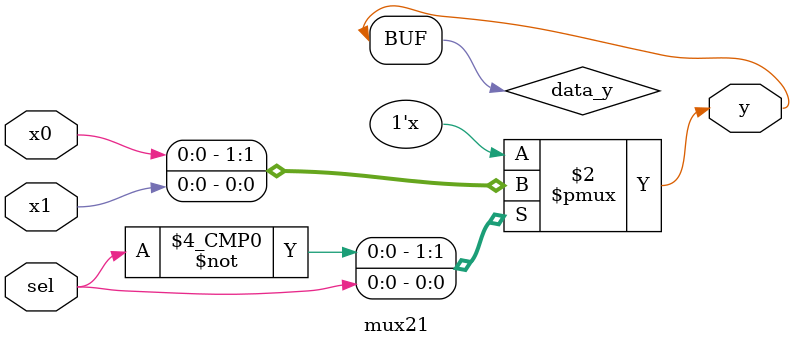
<source format=v>
module mux21 (sel, x1, x0, y);
	input	sel, x1, x0;
	output 	y;
/* verilator lint_off COMBDLY */
	reg data_y;
	always @(*) begin
		case (sel)
		1'b0: data_y <= x0;
		1'b1: data_y <= x1;
		endcase
	end
	assign y = data_y;
/* verilator lint_off COMBDLY */
endmodule

</source>
